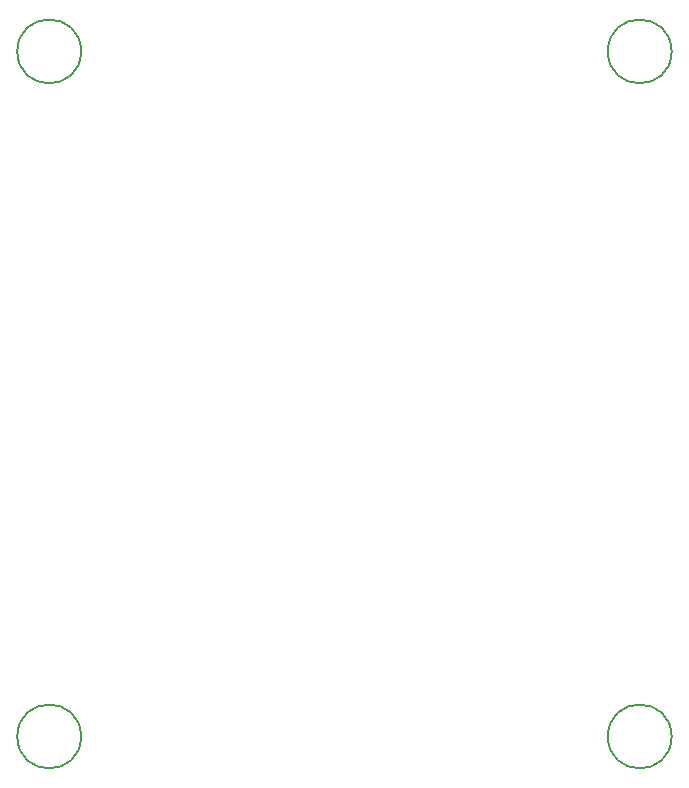
<source format=gbr>
%TF.GenerationSoftware,KiCad,Pcbnew,7.0.8*%
%TF.CreationDate,2024-05-28T19:10:26-07:00*%
%TF.ProjectId,BroncoSpaceRP2040,42726f6e-636f-4537-9061-636552503230,rev?*%
%TF.SameCoordinates,Original*%
%TF.FileFunction,Other,Comment*%
%FSLAX46Y46*%
G04 Gerber Fmt 4.6, Leading zero omitted, Abs format (unit mm)*
G04 Created by KiCad (PCBNEW 7.0.8) date 2024-05-28 19:10:26*
%MOMM*%
%LPD*%
G01*
G04 APERTURE LIST*
%ADD10C,0.150000*%
G04 APERTURE END LIST*
D10*
%TO.C,H3*%
X7700000Y5000000D02*
G75*
G03*
X7700000Y5000000I-2700000J0D01*
G01*
%TO.C,H2*%
X57700000Y63000000D02*
G75*
G03*
X57700000Y63000000I-2700000J0D01*
G01*
%TO.C,H1*%
X7700000Y63000000D02*
G75*
G03*
X7700000Y63000000I-2700000J0D01*
G01*
%TO.C,H4*%
X57700000Y5000000D02*
G75*
G03*
X57700000Y5000000I-2700000J0D01*
G01*
%TD*%
M02*

</source>
